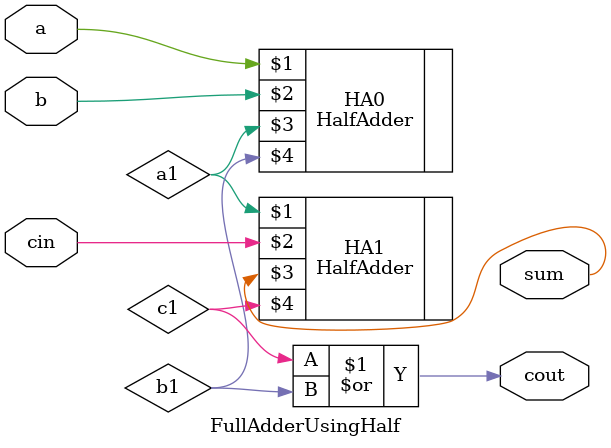
<source format=v>
module FullAdderUsingHalf 
(
	input a, b, cin,
	
	output sum, cout
);

	wire a1, b1, c1;

	HalfAdder HA0(a, b, a1, b1);
	HalfAdder HA1(a1, cin, sum, c1);

	assign cout = c1 | b1;

endmodule
</source>
